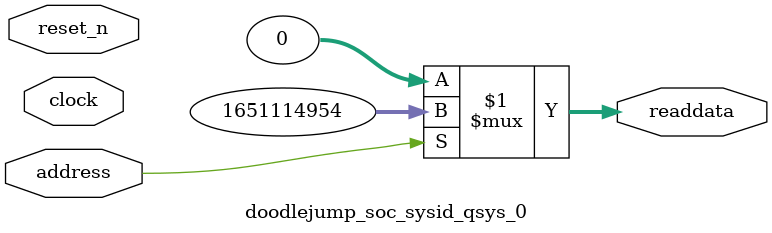
<source format=v>



// synthesis translate_off
`timescale 1ns / 1ps
// synthesis translate_on

// turn off superfluous verilog processor warnings 
// altera message_level Level1 
// altera message_off 10034 10035 10036 10037 10230 10240 10030 

module doodlejump_soc_sysid_qsys_0 (
               // inputs:
                address,
                clock,
                reset_n,

               // outputs:
                readdata
             )
;

  output  [ 31: 0] readdata;
  input            address;
  input            clock;
  input            reset_n;

  wire    [ 31: 0] readdata;
  //control_slave, which is an e_avalon_slave
  assign readdata = address ? 1651114954 : 0;

endmodule



</source>
